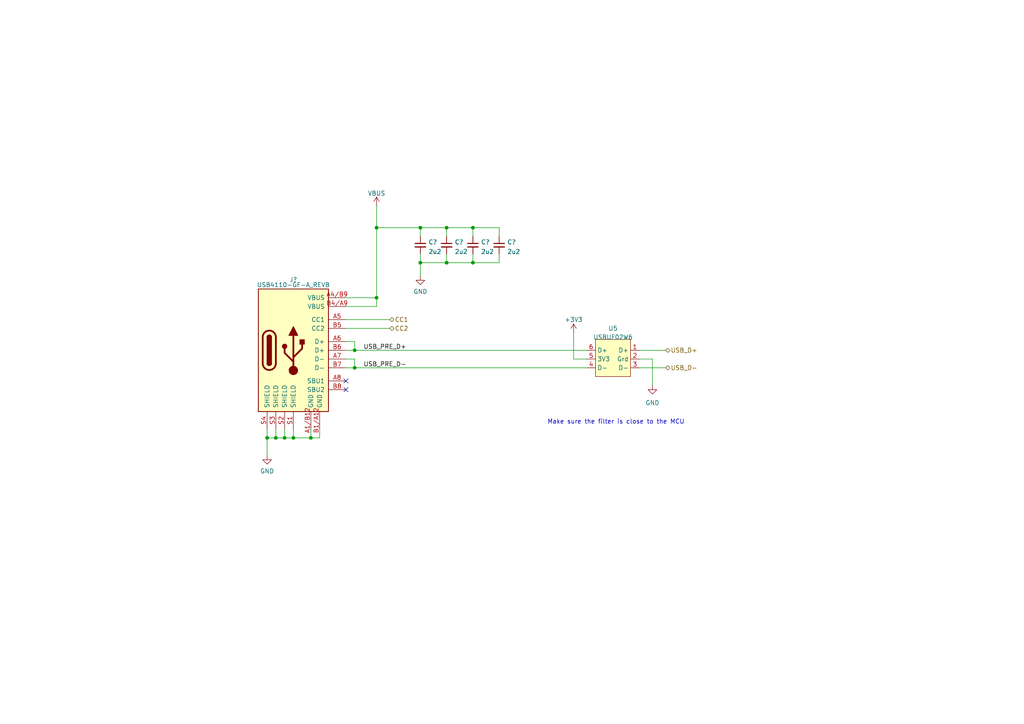
<source format=kicad_sch>
(kicad_sch (version 20230121) (generator eeschema)
  (paper "A4")
  (title_block (title "USB Interface") (date "2023-03-17") (rev "1") (company "Cuprum77"))
  (lib_symbols
    (symbol "Connector:USB_C_Receptacle_USB2.0" (pin_names (offset 1.016))
      (property "Reference" "J1" (at 0 20.4765 0))
      (property "Value" "USB4110-GF-A_REVB" (at 0 18.9714 0))
      (symbol "USB_C_Receptacle_USB2.0_0_1"
        (rectangle (start -10.16 17.78) (end 10.16 -17.78) (stroke (width 0.254)) (fill (type background)))
        (arc (start -8.89 -3.81) (mid -6.985 -5.7067) (end -5.08 -3.81) (stroke (width 0.508)))
        (arc (start -7.62 -3.81) (mid -6.985 -4.4423) (end -6.35 -3.81) (stroke (width 0.254)))
        (arc (start -7.62 -3.81) (mid -6.985 -4.4423) (end -6.35 -3.81) (stroke (width 0.254)) (fill (type outline)))
        (rectangle (start -7.62 -3.81) (end -6.35 3.81) (stroke (width 0.254)) (fill (type outline)))
        (arc (start -6.35 3.81) (mid -6.985 4.4423) (end -7.62 3.81) (stroke (width 0.254)))
        (arc (start -6.35 3.81) (mid -6.985 4.4423) (end -7.62 3.81) (stroke (width 0.254)) (fill (type outline)))
        (arc (start -5.08 3.81) (mid -6.985 5.7067) (end -8.89 3.81) (stroke (width 0.508)))
        (circle (center -2.54 1.143) (radius 0.635) (stroke (width 0.254)) (fill (type outline)))
        (circle (center 0 -5.842) (radius 1.27) (fill (type outline)))
        (polyline (pts (xy -8.89 -3.81) (xy -8.89 3.81)) (stroke (width 0.508)))
        (polyline (pts (xy -5.08 3.81) (xy -5.08 -3.81)) (stroke (width 0.508)))
        (polyline (pts (xy 0 -5.842) (xy 0 4.318)) (stroke (width 0.508)))
        (polyline (pts (xy 0 -3.302) (xy -2.54 -0.762) (xy -2.54 0.508)) (stroke (width 0.508)))
        (polyline (pts (xy 0 -2.032) (xy 2.54 0.508) (xy 2.54 1.778)) (stroke (width 0.508)))
        (polyline (pts (xy -1.27 4.318) (xy 0 6.858) (xy 1.27 4.318) (xy -1.27 4.318)) (stroke (width 0.254)) (fill (type outline)))
        (rectangle (start 1.905 1.778) (end 3.175 3.048) (stroke (width 0.254)) (fill (type outline)))
      )
      (symbol "USB_C_Receptacle_USB2.0_1_1"
        (pin passive line (at 5.08 -22.86 90) (length 5.08) (name "GND") (number "A1/B12"))
        (pin passive line (at 15.24 15.24 180) (length 5.08) (name "VBUS") (number "A4/B9"))
        (pin bidirectional line (at 15.24 8.89 180) (length 5.08) (name "CC1") (number "A5"))
        (pin bidirectional line (at 15.24 2.54 180) (length 5.08) (name "D+") (number "A6"))
        (pin bidirectional line (at 15.24 -2.54 180) (length 5.08) (name "D-") (number "A7"))
        (pin bidirectional line (at 15.24 -8.89 180) (length 5.08) (name "SBU1") (number "A8"))
        (pin passive line (at 7.62 -22.86 90) (length 5.08) (name "GND") (number "B1/A12"))
        (pin passive line (at 15.24 12.7 180) (length 5.08) (name "VBUS") (number "B4/A9"))
        (pin bidirectional line (at 15.24 6.35 180) (length 5.08) (name "CC2") (number "B5"))
        (pin bidirectional line (at 15.24 0 180) (length 5.08) (name "D+") (number "B6"))
        (pin bidirectional line (at 15.24 -5.08 180) (length 5.08) (name "D-") (number "B7"))
        (pin bidirectional line (at 15.24 -11.43 180) (length 5.08) (name "SBU2") (number "B8"))
        (pin passive line (at 0 -22.86 90) (length 5.08) (name "SHIELD") (number "S1"))
        (pin passive line (at -2.54 -22.86 90) (length 5.08) (name "SHIELD") (number "S2"))
        (pin passive line (at -5.08 -22.86 90) (length 5.08) (name "SHIELD") (number "S3"))
        (pin passive line (at -7.62 -22.86 90) (length 5.08) (name "SHIELD") (number "S4"))
      )
    )
    (symbol "Cuprum:USBUF02W6"
      (property "Reference" "U" (at 0 7.62 0))
      (property "Value" "USBUF02W6" (at 0 -7.62 0))
      (symbol "USBUF02W6_0_1"
        (rectangle (start -5.08 5.715) (end 5.08 -5.08) (fill (type background)))
      )
      (symbol "USBUF02W6_1_1"
        (pin input line (at 7.62 2.54 180) (length 2.54) (name "D+") (number "1"))
        (pin input line (at 7.62 0 180) (length 2.54) (name "Grd") (number "2"))
        (pin input line (at 7.62 -2.54 180) (length 2.54) (name "D-") (number "3"))
        (pin input line (at -7.62 -2.54 0) (length 2.54) (name "D-") (number "4"))
        (pin input line (at -7.62 0 0) (length 2.54) (name "3V3") (number "5"))
        (pin input line (at -7.62 2.54 0) (length 2.54) (name "D+") (number "6"))
      )
    )
    (symbol "Device:C_Small" (pin_numbers hide) (pin_names (offset 0.254) hide)
      (property "Reference" "C" (at 0.254 1.778 0))
      (property "Value" "C_Small" (at 0.254 -2.032 0))
      (symbol "C_Small_0_1"
        (polyline (pts (xy -1.524 -0.508) (xy 1.524 -0.508)) (stroke (width 0.3302)))
        (polyline (pts (xy -1.524 0.508) (xy 1.524 0.508)) (stroke (width 0.3048)))
      )
      (symbol "C_Small_1_1"
        (pin passive line (at 0 2.54 270) (length 2.032) (name "~") (number "1"))
        (pin passive line (at 0 -2.54 90) (length 2.032) (name "~") (number "2"))
      )
    )
    (symbol "PCM_4ms_Power-symbol:GND" (power) (pin_names (offset 0))
      (property "Value" "GND" (at 0 -3.81 0))
      (symbol "GND_0_1"
        (polyline (pts (xy 0 0) (xy 0 -1.27) (xy 1.27 -1.27) (xy 0 -2.54) (xy -1.27 -1.27) (xy 0 -1.27)))
      )
      (symbol "GND_1_1"
        (pin power_in line (at 0 0 270) (length 0) hide (name "GND") (number "1"))
      )
    )
    (symbol "power:+3V3" (power) (pin_names (offset 0))
      (property "Value" "+3V3" (at 0 3.556 0))
      (symbol "+3V3_0_1"
        (polyline (pts (xy -0.762 1.27) (xy 0 2.54)))
        (polyline (pts (xy 0 0) (xy 0 2.54)))
        (polyline (pts (xy 0 2.54) (xy 0.762 1.27)))
      )
      (symbol "+3V3_1_1"
        (pin power_in line (at 0 0 90) (length 0) hide (name "+3V3") (number "1"))
      )
    )
    (symbol "power:GND" (power) (pin_names (offset 0))
      (property "Value" "GND" (at 0 -3.81 0))
      (symbol "GND_0_1"
        (polyline (pts (xy 0 0) (xy 0 -1.27) (xy 1.27 -1.27) (xy 0 -2.54) (xy -1.27 -1.27) (xy 0 -1.27)))
      )
      (symbol "GND_1_1"
        (pin power_in line (at 0 0 270) (length 0) hide (name "GND") (number "1"))
      )
    )
    (symbol "power:VBUS" (power) (pin_names (offset 0))
      (property "Value" "VBUS" (at 0 3.81 0))
      (symbol "VBUS_0_1"
        (polyline (pts (xy -0.762 1.27) (xy 0 2.54)))
        (polyline (pts (xy 0 0) (xy 0 2.54)))
        (polyline (pts (xy 0 2.54) (xy 0.762 1.27)))
      )
      (symbol "VBUS_1_1"
        (pin power_in line (at 0 0 90) (length 0) hide (name "VBUS") (number "1"))
      )
    )
  )
  (junction (at 129.54 66.04))
  (junction (at 82.55 127))
  (junction (at 137.16 66.04))
  (junction (at 109.22 86.36))
  (junction (at 90.17 127))
  (junction (at 109.22 66.04))
  (junction (at 77.47 127))
  (junction (at 137.16 76.2))
  (junction (at 121.92 66.04))
  (junction (at 129.54 76.2))
  (junction (at 121.92 76.2))
  (junction (at 102.87 101.6))
  (junction (at 102.87 106.68))
  (junction (at 80.01 127))
  (junction (at 85.09 127))
  (no_connect (at 100.33 110.49))
  (no_connect (at 100.33 113.03))
  (wire (pts (xy 166.37 96.52) (xy 166.37 104.14)))
  (wire (pts (xy 90.17 127) (xy 85.09 127)))
  (wire (pts (xy 77.47 127) (xy 80.01 127)))
  (wire (pts (xy 121.92 68.58) (xy 121.92 66.04)))
  (wire (pts (xy 137.16 76.2) (xy 144.78 76.2)))
  (wire (pts (xy 100.33 88.9) (xy 109.22 88.9)))
  (wire (pts (xy 92.71 127) (xy 90.17 127)))
  (wire (pts (xy 102.87 101.6) (xy 102.87 99.06)))
  (wire (pts (xy 100.33 95.25) (xy 113.03 95.25)))
  (wire (pts (xy 129.54 73.66) (xy 129.54 76.2)))
  (wire (pts (xy 189.23 111.76) (xy 189.23 104.14)))
  (wire (pts (xy 121.92 76.2) (xy 121.92 80.01)))
  (wire (pts (xy 80.01 127) (xy 82.55 127)))
  (wire (pts (xy 121.92 73.66) (xy 121.92 76.2)))
  (wire (pts (xy 166.37 104.14) (xy 170.18 104.14)))
  (wire (pts (xy 80.01 124.46) (xy 80.01 127)))
  (wire (pts (xy 82.55 124.46) (xy 82.55 127)))
  (wire (pts (xy 82.55 127) (xy 85.09 127)))
  (wire (pts (xy 189.23 104.14) (xy 185.42 104.14)))
  (wire (pts (xy 100.33 106.68) (xy 102.87 106.68)))
  (wire (pts (xy 121.92 66.04) (xy 129.54 66.04)))
  (wire (pts (xy 109.22 59.69) (xy 109.22 66.04)))
  (wire (pts (xy 109.22 66.04) (xy 121.92 66.04)))
  (wire (pts (xy 85.09 124.46) (xy 85.09 127)))
  (wire (pts (xy 129.54 68.58) (xy 129.54 66.04)))
  (wire (pts (xy 185.42 106.68) (xy 193.04 106.68)))
  (wire (pts (xy 100.33 92.71) (xy 113.03 92.71)))
  (wire (pts (xy 129.54 76.2) (xy 137.16 76.2)))
  (wire (pts (xy 137.16 76.2) (xy 137.16 73.66)))
  (wire (pts (xy 144.78 73.66) (xy 144.78 76.2)))
  (wire (pts (xy 121.92 76.2) (xy 129.54 76.2)))
  (wire (pts (xy 100.33 101.6) (xy 102.87 101.6)))
  (wire (pts (xy 109.22 88.9) (xy 109.22 86.36)))
  (wire (pts (xy 144.78 68.58) (xy 144.78 66.04)))
  (wire (pts (xy 137.16 68.58) (xy 137.16 66.04)))
  (wire (pts (xy 77.47 124.46) (xy 77.47 127)))
  (wire (pts (xy 77.47 127) (xy 77.47 132.08)))
  (wire (pts (xy 92.71 124.46) (xy 92.71 127)))
  (wire (pts (xy 100.33 104.14) (xy 102.87 104.14)))
  (wire (pts (xy 109.22 86.36) (xy 100.33 86.36)))
  (wire (pts (xy 137.16 66.04) (xy 144.78 66.04)))
  (wire (pts (xy 102.87 101.6) (xy 170.18 101.6)))
  (wire (pts (xy 102.87 106.68) (xy 102.87 104.14)))
  (wire (pts (xy 102.87 106.68) (xy 170.18 106.68)))
  (wire (pts (xy 185.42 101.6) (xy 193.04 101.6)))
  (wire (pts (xy 109.22 66.04) (xy 109.22 86.36)))
  (wire (pts (xy 129.54 66.04) (xy 137.16 66.04)))
  (wire (pts (xy 100.33 99.06) (xy 102.87 99.06)))
  (wire (pts (xy 90.17 124.46) (xy 90.17 127)))
  (text "Make sure the filter is close to the MCU" (at 158.75 123.19 0) (effects (font (size 1.27 1.27)) (justify left bottom)))
  (label "USB_PRE_D+" (at 105.41 101.6 0))
  (label "USB_PRE_D-" (at 105.41 106.68 0))
  (hierarchical_label "USB_D-" (shape bidirectional) (at 193.04 106.68 0))
  (hierarchical_label "CC1" (shape bidirectional) (at 113.03 92.71 0))
  (hierarchical_label "USB_D+" (shape bidirectional) (at 193.04 101.6 0))
  (hierarchical_label "CC2" (shape bidirectional) (at 113.03 95.25 0))
  (symbol (lib_id "Connector:USB_C_Receptacle_USB2.0") (at 85.09 101.6 0) (unit 1)
    (property "Reference" "J?" (at 85.09 81.1235 0))
    (property "Value" "USB4110-GF-A_REVB" (at 85.09 82.6286 0))
    (property "Footprint" "Connector_USB:USB_C_Receptacle_GCT_USB4105-xx-A_16P_TopMnt_Horizontal" (effects hide))
    (property "Datasheet" "https://www.usb.org/sites/default/files/documents/usb_type-c.zip" (effects hide))
    (instances (project "USB-PD" (path "" (reference "J?") (unit 1)) (path "" (reference "J1") (unit 1))))
  )
  (symbol (lib_id "PCM_4ms_Power-symbol:GND") (at 189.23 111.76 0) (unit 1)
    (property "Reference" "#PWR043" (effects hide))
    (property "Value" "GND" (at 189.23 116.84 0))
  )
  (symbol (lib_id "Device:C_Small") (at 129.54 71.12 0) (unit 1)
    (property "Reference" "C?" (at 131.8641 70.2178 0) (effects (justify left)))
    (property "Value" "2u2" (at 131.8641 72.9929 0) (effects (justify left)))
    (property "Footprint" "KiCAD Library:C_0603_1608Metric" (effects hide))
    (instances (project "USB-PD" (path "" (reference "C?") (unit 1)) (path "" (reference "C4") (unit 1))))
  )
  (symbol (lib_id "Device:C_Small") (at 137.16 71.12 0) (unit 1)
    (property "Reference" "C?" (at 139.4841 70.2178 0) (effects (justify left)))
    (property "Value" "2u2" (at 139.4841 72.9929 0) (effects (justify left)))
    (property "Footprint" "KiCAD Library:C_0603_1608Metric" (effects hide))
    (instances (project "USB-PD" (path "" (reference "C?") (unit 1)) (path "" (reference "C26") (unit 1))))
  )
  (symbol (lib_id "Cuprum:USBUF02W6") (at 177.8 104.14 0) (unit 1)
    (property "Reference" "U5" (at 177.8 95.25 0))
    (property "Value" "USBUF02W6" (at 177.8 97.79 0))
    (property "Footprint" "KiCAD Library:SOT65P210X110-6N" (effects hide))
  )
  (symbol (lib_id "Device:C_Small") (at 121.92 71.12 0) (unit 1)
    (property "Reference" "C?" (at 124.2441 70.2178 0) (effects (justify left)))
    (property "Value" "2u2" (at 124.2441 72.9929 0) (effects (justify left)))
    (property "Footprint" "KiCAD Library:C_0603_1608Metric" (effects hide))
    (instances (project "USB-PD" (path "" (reference "C?") (unit 1)) (path "" (reference "C3") (unit 1))))
  )
  (symbol (lib_id "power:GND") (at 121.92 80.01 0) (unit 1)
    (property "Reference" "#PWR?" (effects hide))
    (property "Value" "GND" (at 121.92 84.5725 0))
    (instances (project "USB-PD" (path "" (reference "#PWR?") (unit 1)) (path "" (reference "#PWR032") (unit 1))))
  )
  (symbol (lib_id "power:+3V3") (at 166.37 96.52 0) (unit 1)
    (property "Reference" "#PWR044" (effects hide))
    (property "Value" "+3V3" (at 166.37 92.71 0))
  )
  (symbol (lib_id "power:GND") (at 77.47 132.08 0) (unit 1)
    (property "Reference" "#PWR?" (effects hide))
    (property "Value" "GND" (at 77.47 136.6425 0))
    (instances (project "USB-PD" (path "" (reference "#PWR?") (unit 1)) (path "" (reference "#PWR025") (unit 1))))
  )
  (symbol (lib_id "Device:C_Small") (at 144.78 71.12 0) (unit 1)
    (property "Reference" "C?" (at 147.1041 70.2178 0) (effects (justify left)))
    (property "Value" "2u2" (at 147.1041 72.9929 0) (effects (justify left)))
    (property "Footprint" "KiCAD Library:C_0603_1608Metric" (effects hide))
    (instances (project "USB-PD" (path "" (reference "C?") (unit 1)) (path "" (reference "C27") (unit 1))))
  )
  (symbol (lib_id "power:VBUS") (at 109.22 59.69 0) (unit 1)
    (property "Reference" "#PWR?" (effects hide))
    (property "Value" "VBUS" (at 109.22 56.0855 0))
    (instances (project "USB-PD" (path "" (reference "#PWR?") (unit 1)) (path "" (reference "#PWR026") (unit 1))))
  )
)
</source>
